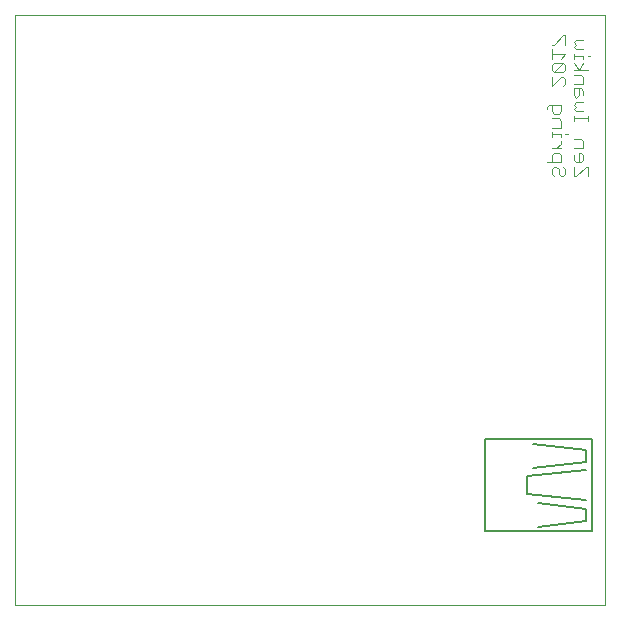
<source format=gbo>
G75*
%MOIN*%
%OFA0B0*%
%FSLAX25Y25*%
%IPPOS*%
%LPD*%
%AMOC8*
5,1,8,0,0,1.08239X$1,22.5*
%
%ADD10C,0.00000*%
%ADD11C,0.00400*%
%ADD12C,0.00500*%
D10*
X0006800Y0007548D02*
X0006800Y0204398D01*
X0203650Y0204398D01*
X0203650Y0007548D01*
X0006800Y0007548D01*
D11*
X0185750Y0151424D02*
X0186517Y0150657D01*
X0185750Y0151424D02*
X0185750Y0152959D01*
X0186517Y0153726D01*
X0187285Y0153726D01*
X0188052Y0152959D01*
X0188052Y0151424D01*
X0188819Y0150657D01*
X0189587Y0150657D01*
X0190354Y0151424D01*
X0190354Y0152959D01*
X0189587Y0153726D01*
X0188819Y0155261D02*
X0188819Y0157563D01*
X0188052Y0158330D01*
X0186517Y0158330D01*
X0185750Y0157563D01*
X0185750Y0155261D01*
X0184215Y0155261D02*
X0188819Y0155261D01*
X0193250Y0156028D02*
X0194017Y0155261D01*
X0195552Y0155261D01*
X0196319Y0156028D01*
X0196319Y0157563D01*
X0195552Y0158330D01*
X0194785Y0158330D01*
X0194785Y0155261D01*
X0193250Y0156028D02*
X0193250Y0157563D01*
X0193250Y0159865D02*
X0196319Y0159865D01*
X0196319Y0162167D01*
X0195552Y0162934D01*
X0193250Y0162934D01*
X0191121Y0164468D02*
X0190354Y0164468D01*
X0188819Y0164468D02*
X0185750Y0164468D01*
X0185750Y0163701D02*
X0185750Y0165236D01*
X0185750Y0166770D02*
X0188819Y0166770D01*
X0188819Y0169072D01*
X0188052Y0169840D01*
X0185750Y0169840D01*
X0186517Y0171374D02*
X0185750Y0172142D01*
X0185750Y0174444D01*
X0184983Y0174444D02*
X0188819Y0174444D01*
X0188819Y0172142D01*
X0188052Y0171374D01*
X0186517Y0171374D01*
X0184215Y0172909D02*
X0184215Y0173676D01*
X0184983Y0174444D01*
X0185750Y0180582D02*
X0188819Y0183652D01*
X0189587Y0183652D01*
X0190354Y0182884D01*
X0190354Y0181350D01*
X0189587Y0180582D01*
X0193250Y0179815D02*
X0193250Y0177513D01*
X0194017Y0176746D01*
X0194785Y0177513D01*
X0194785Y0179815D01*
X0195552Y0179815D02*
X0193250Y0179815D01*
X0193250Y0181350D02*
X0196319Y0181350D01*
X0196319Y0183652D01*
X0195552Y0184419D01*
X0193250Y0184419D01*
X0193250Y0185953D02*
X0197854Y0185953D01*
X0196319Y0188255D02*
X0194785Y0185953D01*
X0193250Y0188255D01*
X0193250Y0189790D02*
X0193250Y0191325D01*
X0193250Y0190557D02*
X0196319Y0190557D01*
X0196319Y0189790D01*
X0197854Y0190557D02*
X0198621Y0190557D01*
X0196319Y0192859D02*
X0194017Y0192859D01*
X0193250Y0193627D01*
X0194017Y0194394D01*
X0193250Y0195161D01*
X0194017Y0195929D01*
X0196319Y0195929D01*
X0190354Y0194394D02*
X0190354Y0197463D01*
X0189587Y0197463D01*
X0186517Y0194394D01*
X0185750Y0194394D01*
X0185750Y0192859D02*
X0185750Y0189790D01*
X0185750Y0191325D02*
X0190354Y0191325D01*
X0188819Y0189790D01*
X0189587Y0188255D02*
X0186517Y0188255D01*
X0185750Y0187488D01*
X0185750Y0185953D01*
X0186517Y0185186D01*
X0189587Y0188255D01*
X0190354Y0187488D01*
X0190354Y0185953D01*
X0189587Y0185186D01*
X0186517Y0185186D01*
X0185750Y0183652D02*
X0185750Y0180582D01*
X0193250Y0174444D02*
X0194017Y0173676D01*
X0193250Y0172909D01*
X0194017Y0172142D01*
X0196319Y0172142D01*
X0197854Y0170607D02*
X0197854Y0169072D01*
X0197854Y0169840D02*
X0193250Y0169840D01*
X0193250Y0170607D02*
X0193250Y0169072D01*
X0188819Y0164468D02*
X0188819Y0163701D01*
X0188819Y0162167D02*
X0188819Y0161399D01*
X0187285Y0159865D01*
X0188819Y0159865D02*
X0185750Y0159865D01*
X0193250Y0153726D02*
X0193250Y0150657D01*
X0194017Y0150657D01*
X0197087Y0153726D01*
X0197854Y0153726D01*
X0197854Y0150657D01*
X0193250Y0174444D02*
X0194017Y0175211D01*
X0196319Y0175211D01*
X0196319Y0177513D02*
X0196319Y0179048D01*
X0195552Y0179815D01*
D12*
X0199064Y0062902D02*
X0163631Y0062902D01*
X0163631Y0032194D01*
X0199064Y0032194D01*
X0199064Y0062902D01*
X0197095Y0059359D02*
X0197095Y0055422D01*
X0179379Y0053454D01*
X0177410Y0050501D02*
X0197095Y0052469D01*
X0197095Y0059359D02*
X0179379Y0061328D01*
X0177410Y0050501D02*
X0177410Y0044595D01*
X0197095Y0042627D01*
X0197095Y0039674D02*
X0181347Y0041643D01*
X0181347Y0033769D02*
X0197095Y0035737D01*
X0197095Y0039674D01*
M02*

</source>
